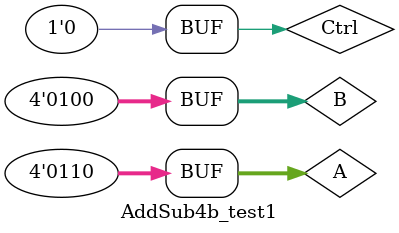
<source format=v>
`timescale 1ns / 1ps


module AddSub4b_test1 ();
  reg [3:0] A, B;
  wire [3:0] S;
  reg Ctrl;
  wire C0;
  AddSub4b test1 (
      A,
      B,
      Ctrl,
      S,
      C0
  );
  initial begin
    A[3:0] = 4'b1110;
    B[3:0] = 4'B0001;
    Ctrl   = 1;
    #200;
    Ctrl = 0;
    #200;
    A[3:0] = 4'b0110;
    B[3:0] = 4'B0100;
    Ctrl   = 1;
    #200;
    Ctrl = 0;
    #200;
  end
endmodule

</source>
